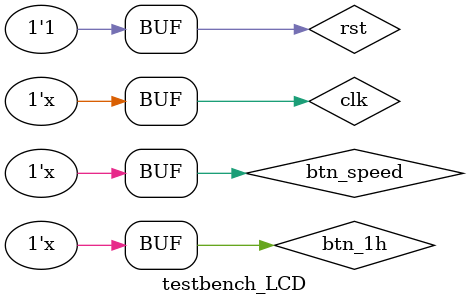
<source format=v>
`timescale 1us / 1ns

module testbench_LCD();
reg clk;
reg rst;
reg btn_speed;
reg btn_1h;
wire LCD_E, LCD_RS, LCD_RW;
wire [7:0] LCD_DATA;
wire [7:0] LED_out;
//clock
wire [5:0] hours;
wire [5:0] minutes;
wire [5:0] seconds;

text_LCD_basic t_lcd(rst, clk, btn_speed, btn_1h, LCD_E, LCD_RS, LCD_RW, LCD_DATA, LED_out, hours, minutes, seconds);

clock ck(clk,rst, btn_speed,btn_1h, hours,minutes,seconds);

initial begin
    clk = 0;
    rst = 0;
    btn_speed = 0;
    btn_1h = 0;
    #4 rst = 1;
end

always begin
    #0.5 clk <= ~clk; //period is 1us
end    
// #1 == 1us

always begin
    #24 //delay
    #50000 btn_speed <= ~btn_speed;
    #50000 btn_speed <= ~btn_speed;
    #50000 btn_1h <= ~btn_1h;
    #50000 btn_1h <= ~btn_1h;
end
endmodule
</source>
